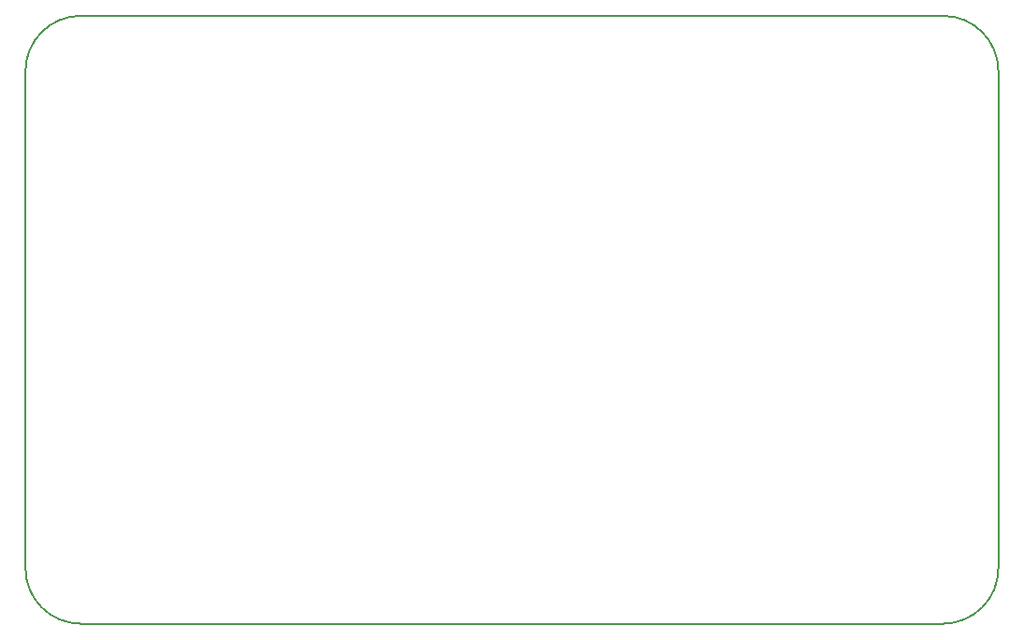
<source format=gbr>
G04 #@! TF.GenerationSoftware,KiCad,Pcbnew,(5.0.2)-1*
G04 #@! TF.CreationDate,2019-03-01T11:01:03+00:00*
G04 #@! TF.ProjectId,PCB_Card,5043425f-4361-4726-942e-6b696361645f,02*
G04 #@! TF.SameCoordinates,PX6ddf710PY7643e10*
G04 #@! TF.FileFunction,Profile,NP*
%FSLAX46Y46*%
G04 Gerber Fmt 4.6, Leading zero omitted, Abs format (unit mm)*
G04 Created by KiCad (PCBNEW (5.0.2)-1) date 01/03/2019 11:01:03*
%MOMM*%
%LPD*%
G01*
G04 APERTURE LIST*
%ADD10C,0.200000*%
G04 APERTURE END LIST*
D10*
X87980000Y50010000D02*
X87980000Y5010000D01*
X-20000Y5010000D02*
G75*
G03X4980000Y10000I5000000J0D01*
G01*
X87980000Y5010000D02*
G75*
G02X82980000Y10000I-5000000J0D01*
G01*
X87980000Y50010000D02*
G75*
G03X82980000Y55010000I-5000000J0D01*
G01*
X-20000Y50010000D02*
G75*
G02X4980000Y55010000I5000000J0D01*
G01*
X-20000Y5010000D02*
X-20000Y50010000D01*
X82980000Y10000D02*
X4980000Y10000D01*
X4980000Y55010000D02*
X82980000Y55010000D01*
M02*

</source>
